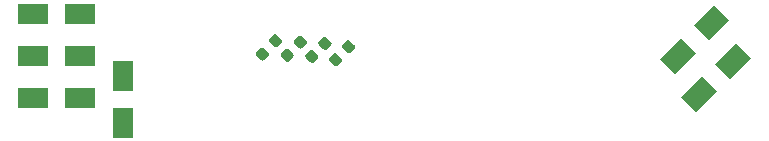
<source format=gbr>
%TF.GenerationSoftware,KiCad,Pcbnew,5.1.5+dfsg1-2build2*%
%TF.CreationDate,2021-11-11T21:07:25+01:00*%
%TF.ProjectId,micro_rusEFI,6d696372-6f5f-4727-9573-4546492e6b69,R0.5.4*%
%TF.SameCoordinates,Original*%
%TF.FileFunction,Paste,Bot*%
%TF.FilePolarity,Positive*%
%FSLAX46Y46*%
G04 Gerber Fmt 4.6, Leading zero omitted, Abs format (unit mm)*
G04 Created by KiCad (PCBNEW 5.1.5+dfsg1-2build2) date 2021-11-11 21:07:25*
%MOMM*%
%LPD*%
G04 APERTURE LIST*
%ADD10C,0.100000*%
%ADD11R,2.500000X1.800000*%
%ADD12R,1.800000X2.500000*%
G04 APERTURE END LIST*
D10*
G36*
X60394924Y-26246427D02*
G01*
X60416159Y-26249577D01*
X60436983Y-26254793D01*
X60457195Y-26262025D01*
X60476601Y-26271204D01*
X60495014Y-26282240D01*
X60512257Y-26295028D01*
X60528163Y-26309444D01*
X60890556Y-26671837D01*
X60904972Y-26687743D01*
X60917760Y-26704986D01*
X60928796Y-26723399D01*
X60937975Y-26742805D01*
X60945207Y-26763017D01*
X60950423Y-26783841D01*
X60953573Y-26805076D01*
X60954626Y-26826517D01*
X60953573Y-26847958D01*
X60950423Y-26869193D01*
X60945207Y-26890017D01*
X60937975Y-26910229D01*
X60928796Y-26929635D01*
X60917760Y-26948048D01*
X60904972Y-26965291D01*
X60890556Y-26981197D01*
X60581197Y-27290556D01*
X60565291Y-27304972D01*
X60548048Y-27317760D01*
X60529635Y-27328796D01*
X60510229Y-27337975D01*
X60490017Y-27345207D01*
X60469193Y-27350423D01*
X60447958Y-27353573D01*
X60426517Y-27354626D01*
X60405076Y-27353573D01*
X60383841Y-27350423D01*
X60363017Y-27345207D01*
X60342805Y-27337975D01*
X60323399Y-27328796D01*
X60304986Y-27317760D01*
X60287743Y-27304972D01*
X60271837Y-27290556D01*
X59909444Y-26928163D01*
X59895028Y-26912257D01*
X59882240Y-26895014D01*
X59871204Y-26876601D01*
X59862025Y-26857195D01*
X59854793Y-26836983D01*
X59849577Y-26816159D01*
X59846427Y-26794924D01*
X59845374Y-26773483D01*
X59846427Y-26752042D01*
X59849577Y-26730807D01*
X59854793Y-26709983D01*
X59862025Y-26689771D01*
X59871204Y-26670365D01*
X59882240Y-26651952D01*
X59895028Y-26634709D01*
X59909444Y-26618803D01*
X60218803Y-26309444D01*
X60234709Y-26295028D01*
X60251952Y-26282240D01*
X60270365Y-26271204D01*
X60289771Y-26262025D01*
X60309983Y-26254793D01*
X60330807Y-26249577D01*
X60352042Y-26246427D01*
X60373483Y-26245374D01*
X60394924Y-26246427D01*
G37*
G36*
X59281230Y-27360121D02*
G01*
X59302465Y-27363271D01*
X59323289Y-27368487D01*
X59343501Y-27375719D01*
X59362907Y-27384898D01*
X59381320Y-27395934D01*
X59398563Y-27408722D01*
X59414469Y-27423138D01*
X59776862Y-27785531D01*
X59791278Y-27801437D01*
X59804066Y-27818680D01*
X59815102Y-27837093D01*
X59824281Y-27856499D01*
X59831513Y-27876711D01*
X59836729Y-27897535D01*
X59839879Y-27918770D01*
X59840932Y-27940211D01*
X59839879Y-27961652D01*
X59836729Y-27982887D01*
X59831513Y-28003711D01*
X59824281Y-28023923D01*
X59815102Y-28043329D01*
X59804066Y-28061742D01*
X59791278Y-28078985D01*
X59776862Y-28094891D01*
X59467503Y-28404250D01*
X59451597Y-28418666D01*
X59434354Y-28431454D01*
X59415941Y-28442490D01*
X59396535Y-28451669D01*
X59376323Y-28458901D01*
X59355499Y-28464117D01*
X59334264Y-28467267D01*
X59312823Y-28468320D01*
X59291382Y-28467267D01*
X59270147Y-28464117D01*
X59249323Y-28458901D01*
X59229111Y-28451669D01*
X59209705Y-28442490D01*
X59191292Y-28431454D01*
X59174049Y-28418666D01*
X59158143Y-28404250D01*
X58795750Y-28041857D01*
X58781334Y-28025951D01*
X58768546Y-28008708D01*
X58757510Y-27990295D01*
X58748331Y-27970889D01*
X58741099Y-27950677D01*
X58735883Y-27929853D01*
X58732733Y-27908618D01*
X58731680Y-27887177D01*
X58732733Y-27865736D01*
X58735883Y-27844501D01*
X58741099Y-27823677D01*
X58748331Y-27803465D01*
X58757510Y-27784059D01*
X58768546Y-27765646D01*
X58781334Y-27748403D01*
X58795750Y-27732497D01*
X59105109Y-27423138D01*
X59121015Y-27408722D01*
X59138258Y-27395934D01*
X59156671Y-27384898D01*
X59176077Y-27375719D01*
X59196289Y-27368487D01*
X59217113Y-27363271D01*
X59238348Y-27360121D01*
X59259789Y-27359068D01*
X59281230Y-27360121D01*
G37*
G36*
X58394924Y-25946427D02*
G01*
X58416159Y-25949577D01*
X58436983Y-25954793D01*
X58457195Y-25962025D01*
X58476601Y-25971204D01*
X58495014Y-25982240D01*
X58512257Y-25995028D01*
X58528163Y-26009444D01*
X58890556Y-26371837D01*
X58904972Y-26387743D01*
X58917760Y-26404986D01*
X58928796Y-26423399D01*
X58937975Y-26442805D01*
X58945207Y-26463017D01*
X58950423Y-26483841D01*
X58953573Y-26505076D01*
X58954626Y-26526517D01*
X58953573Y-26547958D01*
X58950423Y-26569193D01*
X58945207Y-26590017D01*
X58937975Y-26610229D01*
X58928796Y-26629635D01*
X58917760Y-26648048D01*
X58904972Y-26665291D01*
X58890556Y-26681197D01*
X58581197Y-26990556D01*
X58565291Y-27004972D01*
X58548048Y-27017760D01*
X58529635Y-27028796D01*
X58510229Y-27037975D01*
X58490017Y-27045207D01*
X58469193Y-27050423D01*
X58447958Y-27053573D01*
X58426517Y-27054626D01*
X58405076Y-27053573D01*
X58383841Y-27050423D01*
X58363017Y-27045207D01*
X58342805Y-27037975D01*
X58323399Y-27028796D01*
X58304986Y-27017760D01*
X58287743Y-27004972D01*
X58271837Y-26990556D01*
X57909444Y-26628163D01*
X57895028Y-26612257D01*
X57882240Y-26595014D01*
X57871204Y-26576601D01*
X57862025Y-26557195D01*
X57854793Y-26536983D01*
X57849577Y-26516159D01*
X57846427Y-26494924D01*
X57845374Y-26473483D01*
X57846427Y-26452042D01*
X57849577Y-26430807D01*
X57854793Y-26409983D01*
X57862025Y-26389771D01*
X57871204Y-26370365D01*
X57882240Y-26351952D01*
X57895028Y-26334709D01*
X57909444Y-26318803D01*
X58218803Y-26009444D01*
X58234709Y-25995028D01*
X58251952Y-25982240D01*
X58270365Y-25971204D01*
X58289771Y-25962025D01*
X58309983Y-25954793D01*
X58330807Y-25949577D01*
X58352042Y-25946427D01*
X58373483Y-25945374D01*
X58394924Y-25946427D01*
G37*
G36*
X57281230Y-27060121D02*
G01*
X57302465Y-27063271D01*
X57323289Y-27068487D01*
X57343501Y-27075719D01*
X57362907Y-27084898D01*
X57381320Y-27095934D01*
X57398563Y-27108722D01*
X57414469Y-27123138D01*
X57776862Y-27485531D01*
X57791278Y-27501437D01*
X57804066Y-27518680D01*
X57815102Y-27537093D01*
X57824281Y-27556499D01*
X57831513Y-27576711D01*
X57836729Y-27597535D01*
X57839879Y-27618770D01*
X57840932Y-27640211D01*
X57839879Y-27661652D01*
X57836729Y-27682887D01*
X57831513Y-27703711D01*
X57824281Y-27723923D01*
X57815102Y-27743329D01*
X57804066Y-27761742D01*
X57791278Y-27778985D01*
X57776862Y-27794891D01*
X57467503Y-28104250D01*
X57451597Y-28118666D01*
X57434354Y-28131454D01*
X57415941Y-28142490D01*
X57396535Y-28151669D01*
X57376323Y-28158901D01*
X57355499Y-28164117D01*
X57334264Y-28167267D01*
X57312823Y-28168320D01*
X57291382Y-28167267D01*
X57270147Y-28164117D01*
X57249323Y-28158901D01*
X57229111Y-28151669D01*
X57209705Y-28142490D01*
X57191292Y-28131454D01*
X57174049Y-28118666D01*
X57158143Y-28104250D01*
X56795750Y-27741857D01*
X56781334Y-27725951D01*
X56768546Y-27708708D01*
X56757510Y-27690295D01*
X56748331Y-27670889D01*
X56741099Y-27650677D01*
X56735883Y-27629853D01*
X56732733Y-27608618D01*
X56731680Y-27587177D01*
X56732733Y-27565736D01*
X56735883Y-27544501D01*
X56741099Y-27523677D01*
X56748331Y-27503465D01*
X56757510Y-27484059D01*
X56768546Y-27465646D01*
X56781334Y-27448403D01*
X56795750Y-27432497D01*
X57105109Y-27123138D01*
X57121015Y-27108722D01*
X57138258Y-27095934D01*
X57156671Y-27084898D01*
X57176077Y-27075719D01*
X57196289Y-27068487D01*
X57217113Y-27063271D01*
X57238348Y-27060121D01*
X57259789Y-27059068D01*
X57281230Y-27060121D01*
G37*
G36*
X54194924Y-25746427D02*
G01*
X54216159Y-25749577D01*
X54236983Y-25754793D01*
X54257195Y-25762025D01*
X54276601Y-25771204D01*
X54295014Y-25782240D01*
X54312257Y-25795028D01*
X54328163Y-25809444D01*
X54690556Y-26171837D01*
X54704972Y-26187743D01*
X54717760Y-26204986D01*
X54728796Y-26223399D01*
X54737975Y-26242805D01*
X54745207Y-26263017D01*
X54750423Y-26283841D01*
X54753573Y-26305076D01*
X54754626Y-26326517D01*
X54753573Y-26347958D01*
X54750423Y-26369193D01*
X54745207Y-26390017D01*
X54737975Y-26410229D01*
X54728796Y-26429635D01*
X54717760Y-26448048D01*
X54704972Y-26465291D01*
X54690556Y-26481197D01*
X54381197Y-26790556D01*
X54365291Y-26804972D01*
X54348048Y-26817760D01*
X54329635Y-26828796D01*
X54310229Y-26837975D01*
X54290017Y-26845207D01*
X54269193Y-26850423D01*
X54247958Y-26853573D01*
X54226517Y-26854626D01*
X54205076Y-26853573D01*
X54183841Y-26850423D01*
X54163017Y-26845207D01*
X54142805Y-26837975D01*
X54123399Y-26828796D01*
X54104986Y-26817760D01*
X54087743Y-26804972D01*
X54071837Y-26790556D01*
X53709444Y-26428163D01*
X53695028Y-26412257D01*
X53682240Y-26395014D01*
X53671204Y-26376601D01*
X53662025Y-26357195D01*
X53654793Y-26336983D01*
X53649577Y-26316159D01*
X53646427Y-26294924D01*
X53645374Y-26273483D01*
X53646427Y-26252042D01*
X53649577Y-26230807D01*
X53654793Y-26209983D01*
X53662025Y-26189771D01*
X53671204Y-26170365D01*
X53682240Y-26151952D01*
X53695028Y-26134709D01*
X53709444Y-26118803D01*
X54018803Y-25809444D01*
X54034709Y-25795028D01*
X54051952Y-25782240D01*
X54070365Y-25771204D01*
X54089771Y-25762025D01*
X54109983Y-25754793D01*
X54130807Y-25749577D01*
X54152042Y-25746427D01*
X54173483Y-25745374D01*
X54194924Y-25746427D01*
G37*
G36*
X53081230Y-26860121D02*
G01*
X53102465Y-26863271D01*
X53123289Y-26868487D01*
X53143501Y-26875719D01*
X53162907Y-26884898D01*
X53181320Y-26895934D01*
X53198563Y-26908722D01*
X53214469Y-26923138D01*
X53576862Y-27285531D01*
X53591278Y-27301437D01*
X53604066Y-27318680D01*
X53615102Y-27337093D01*
X53624281Y-27356499D01*
X53631513Y-27376711D01*
X53636729Y-27397535D01*
X53639879Y-27418770D01*
X53640932Y-27440211D01*
X53639879Y-27461652D01*
X53636729Y-27482887D01*
X53631513Y-27503711D01*
X53624281Y-27523923D01*
X53615102Y-27543329D01*
X53604066Y-27561742D01*
X53591278Y-27578985D01*
X53576862Y-27594891D01*
X53267503Y-27904250D01*
X53251597Y-27918666D01*
X53234354Y-27931454D01*
X53215941Y-27942490D01*
X53196535Y-27951669D01*
X53176323Y-27958901D01*
X53155499Y-27964117D01*
X53134264Y-27967267D01*
X53112823Y-27968320D01*
X53091382Y-27967267D01*
X53070147Y-27964117D01*
X53049323Y-27958901D01*
X53029111Y-27951669D01*
X53009705Y-27942490D01*
X52991292Y-27931454D01*
X52974049Y-27918666D01*
X52958143Y-27904250D01*
X52595750Y-27541857D01*
X52581334Y-27525951D01*
X52568546Y-27508708D01*
X52557510Y-27490295D01*
X52548331Y-27470889D01*
X52541099Y-27450677D01*
X52535883Y-27429853D01*
X52532733Y-27408618D01*
X52531680Y-27387177D01*
X52532733Y-27365736D01*
X52535883Y-27344501D01*
X52541099Y-27323677D01*
X52548331Y-27303465D01*
X52557510Y-27284059D01*
X52568546Y-27265646D01*
X52581334Y-27248403D01*
X52595750Y-27232497D01*
X52905109Y-26923138D01*
X52921015Y-26908722D01*
X52938258Y-26895934D01*
X52956671Y-26884898D01*
X52976077Y-26875719D01*
X52996289Y-26868487D01*
X53017113Y-26863271D01*
X53038348Y-26860121D01*
X53059789Y-26859068D01*
X53081230Y-26860121D01*
G37*
G36*
X56294924Y-25846427D02*
G01*
X56316159Y-25849577D01*
X56336983Y-25854793D01*
X56357195Y-25862025D01*
X56376601Y-25871204D01*
X56395014Y-25882240D01*
X56412257Y-25895028D01*
X56428163Y-25909444D01*
X56790556Y-26271837D01*
X56804972Y-26287743D01*
X56817760Y-26304986D01*
X56828796Y-26323399D01*
X56837975Y-26342805D01*
X56845207Y-26363017D01*
X56850423Y-26383841D01*
X56853573Y-26405076D01*
X56854626Y-26426517D01*
X56853573Y-26447958D01*
X56850423Y-26469193D01*
X56845207Y-26490017D01*
X56837975Y-26510229D01*
X56828796Y-26529635D01*
X56817760Y-26548048D01*
X56804972Y-26565291D01*
X56790556Y-26581197D01*
X56481197Y-26890556D01*
X56465291Y-26904972D01*
X56448048Y-26917760D01*
X56429635Y-26928796D01*
X56410229Y-26937975D01*
X56390017Y-26945207D01*
X56369193Y-26950423D01*
X56347958Y-26953573D01*
X56326517Y-26954626D01*
X56305076Y-26953573D01*
X56283841Y-26950423D01*
X56263017Y-26945207D01*
X56242805Y-26937975D01*
X56223399Y-26928796D01*
X56204986Y-26917760D01*
X56187743Y-26904972D01*
X56171837Y-26890556D01*
X55809444Y-26528163D01*
X55795028Y-26512257D01*
X55782240Y-26495014D01*
X55771204Y-26476601D01*
X55762025Y-26457195D01*
X55754793Y-26436983D01*
X55749577Y-26416159D01*
X55746427Y-26394924D01*
X55745374Y-26373483D01*
X55746427Y-26352042D01*
X55749577Y-26330807D01*
X55754793Y-26309983D01*
X55762025Y-26289771D01*
X55771204Y-26270365D01*
X55782240Y-26251952D01*
X55795028Y-26234709D01*
X55809444Y-26218803D01*
X56118803Y-25909444D01*
X56134709Y-25895028D01*
X56151952Y-25882240D01*
X56170365Y-25871204D01*
X56189771Y-25862025D01*
X56209983Y-25854793D01*
X56230807Y-25849577D01*
X56252042Y-25846427D01*
X56273483Y-25845374D01*
X56294924Y-25846427D01*
G37*
G36*
X55181230Y-26960121D02*
G01*
X55202465Y-26963271D01*
X55223289Y-26968487D01*
X55243501Y-26975719D01*
X55262907Y-26984898D01*
X55281320Y-26995934D01*
X55298563Y-27008722D01*
X55314469Y-27023138D01*
X55676862Y-27385531D01*
X55691278Y-27401437D01*
X55704066Y-27418680D01*
X55715102Y-27437093D01*
X55724281Y-27456499D01*
X55731513Y-27476711D01*
X55736729Y-27497535D01*
X55739879Y-27518770D01*
X55740932Y-27540211D01*
X55739879Y-27561652D01*
X55736729Y-27582887D01*
X55731513Y-27603711D01*
X55724281Y-27623923D01*
X55715102Y-27643329D01*
X55704066Y-27661742D01*
X55691278Y-27678985D01*
X55676862Y-27694891D01*
X55367503Y-28004250D01*
X55351597Y-28018666D01*
X55334354Y-28031454D01*
X55315941Y-28042490D01*
X55296535Y-28051669D01*
X55276323Y-28058901D01*
X55255499Y-28064117D01*
X55234264Y-28067267D01*
X55212823Y-28068320D01*
X55191382Y-28067267D01*
X55170147Y-28064117D01*
X55149323Y-28058901D01*
X55129111Y-28051669D01*
X55109705Y-28042490D01*
X55091292Y-28031454D01*
X55074049Y-28018666D01*
X55058143Y-28004250D01*
X54695750Y-27641857D01*
X54681334Y-27625951D01*
X54668546Y-27608708D01*
X54657510Y-27590295D01*
X54648331Y-27570889D01*
X54641099Y-27550677D01*
X54635883Y-27529853D01*
X54632733Y-27508618D01*
X54631680Y-27487177D01*
X54632733Y-27465736D01*
X54635883Y-27444501D01*
X54641099Y-27423677D01*
X54648331Y-27403465D01*
X54657510Y-27384059D01*
X54668546Y-27365646D01*
X54681334Y-27348403D01*
X54695750Y-27332497D01*
X55005109Y-27023138D01*
X55021015Y-27008722D01*
X55038258Y-26995934D01*
X55056671Y-26984898D01*
X55076077Y-26975719D01*
X55096289Y-26968487D01*
X55117113Y-26963271D01*
X55138348Y-26960121D01*
X55159789Y-26959068D01*
X55181230Y-26960121D01*
G37*
D11*
X33687000Y-24003000D03*
X37687000Y-24003000D03*
X33687000Y-27559000D03*
X37687000Y-27559000D03*
D12*
X41275000Y-33242000D03*
X41275000Y-29242000D03*
D11*
X33687000Y-31115000D03*
X37687000Y-31115000D03*
D10*
G36*
X90347487Y-29279720D02*
G01*
X91620280Y-30552513D01*
X89852513Y-32320280D01*
X88579720Y-31047487D01*
X90347487Y-29279720D01*
G37*
G36*
X93175915Y-26451292D02*
G01*
X94448708Y-27724085D01*
X92680941Y-29491852D01*
X91408148Y-28219059D01*
X93175915Y-26451292D01*
G37*
G36*
X88546073Y-26055934D02*
G01*
X89818866Y-27328727D01*
X88051099Y-29096494D01*
X86778306Y-27823701D01*
X88546073Y-26055934D01*
G37*
G36*
X91374501Y-23227506D02*
G01*
X92647294Y-24500299D01*
X90879527Y-26268066D01*
X89606734Y-24995273D01*
X91374501Y-23227506D01*
G37*
M02*

</source>
